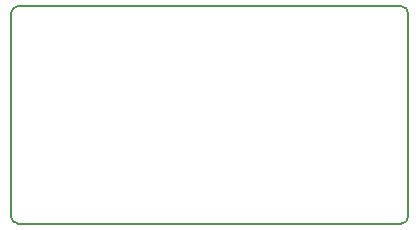
<source format=gm1>
G04 #@! TF.FileFunction,Profile,NP*
%FSLAX46Y46*%
G04 Gerber Fmt 4.6, Leading zero omitted, Abs format (unit mm)*
G04 Created by KiCad (PCBNEW 4.0.7) date 05/31/19 16:29:18*
%MOMM*%
%LPD*%
G01*
G04 APERTURE LIST*
%ADD10C,0.100000*%
%ADD11C,0.150000*%
G04 APERTURE END LIST*
D10*
D11*
X131445000Y-100965000D02*
G75*
G03X130810000Y-101600000I0J-635000D01*
G01*
X164465000Y-101600000D02*
G75*
G03X163830000Y-100965000I-635000J0D01*
G01*
X163830000Y-119380000D02*
G75*
G03X164465000Y-118745000I0J635000D01*
G01*
X130810000Y-118745000D02*
G75*
G03X131445000Y-119380000I635000J0D01*
G01*
X163830000Y-119380000D02*
X131445000Y-119380000D01*
X164465000Y-101600000D02*
X164465000Y-118745000D01*
X131445000Y-100965000D02*
X163830000Y-100965000D01*
X130810000Y-118745000D02*
X130810000Y-101600000D01*
M02*

</source>
